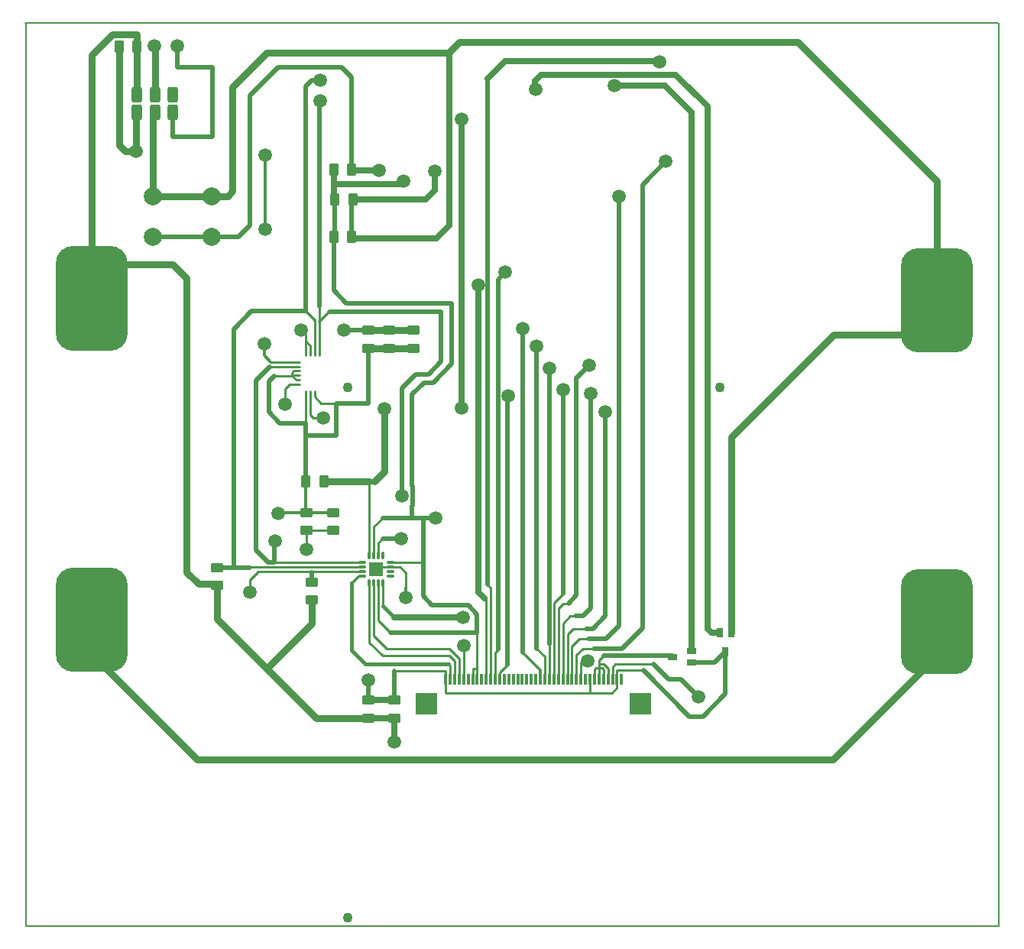
<source format=gbl>
G04 Layer_Physical_Order=2*
G04 Layer_Color=16711680*
%FSLAX44Y44*%
%MOMM*%
G71*
G01*
G75*
%ADD12C,0.3556*%
%ADD13C,0.5080*%
%ADD14C,0.3810*%
%ADD15C,0.6350*%
%ADD16C,0.2540*%
%ADD18C,0.1500*%
G04:AMPARAMS|DCode=19|XSize=1.2192mm|YSize=1.7272mm|CornerRadius=0.3048mm|HoleSize=0mm|Usage=FLASHONLY|Rotation=0.000|XOffset=0mm|YOffset=0mm|HoleType=Round|Shape=RoundedRectangle|*
%AMROUNDEDRECTD19*
21,1,1.2192,1.1176,0,0,0.0*
21,1,0.6096,1.7272,0,0,0.0*
1,1,0.6096,0.3048,-0.5588*
1,1,0.6096,-0.3048,-0.5588*
1,1,0.6096,-0.3048,0.5588*
1,1,0.6096,0.3048,0.5588*
%
%ADD19ROUNDEDRECTD19*%
%ADD20C,2.0000*%
G04:AMPARAMS|DCode=21|XSize=8mm|YSize=8mm|CornerRadius=2mm|HoleSize=0mm|Usage=FLASHONLY|Rotation=90.000|XOffset=0mm|YOffset=0mm|HoleType=Round|Shape=RoundedRectangle|*
%AMROUNDEDRECTD21*
21,1,8.0000,4.0000,0,0,90.0*
21,1,4.0000,8.0000,0,0,90.0*
1,1,4.0000,2.0000,2.0000*
1,1,4.0000,2.0000,-2.0000*
1,1,4.0000,-2.0000,-2.0000*
1,1,4.0000,-2.0000,2.0000*
%
%ADD21ROUNDEDRECTD21*%
%ADD22C,1.1000*%
%ADD23C,1.5000*%
%ADD24C,0.6000*%
G04:AMPARAMS|DCode=25|XSize=1.1mm|YSize=1.35mm|CornerRadius=0.1375mm|HoleSize=0mm|Usage=FLASHONLY|Rotation=180.000|XOffset=0mm|YOffset=0mm|HoleType=Round|Shape=RoundedRectangle|*
%AMROUNDEDRECTD25*
21,1,1.1000,1.0750,0,0,180.0*
21,1,0.8250,1.3500,0,0,180.0*
1,1,0.2750,-0.4125,0.5375*
1,1,0.2750,0.4125,0.5375*
1,1,0.2750,0.4125,-0.5375*
1,1,0.2750,-0.4125,-0.5375*
%
%ADD25ROUNDEDRECTD25*%
G04:AMPARAMS|DCode=26|XSize=1.1mm|YSize=1.35mm|CornerRadius=0.1375mm|HoleSize=0mm|Usage=FLASHONLY|Rotation=270.000|XOffset=0mm|YOffset=0mm|HoleType=Round|Shape=RoundedRectangle|*
%AMROUNDEDRECTD26*
21,1,1.1000,1.0750,0,0,270.0*
21,1,0.8250,1.3500,0,0,270.0*
1,1,0.2750,-0.5375,-0.4125*
1,1,0.2750,-0.5375,0.4125*
1,1,0.2750,0.5375,0.4125*
1,1,0.2750,0.5375,-0.4125*
%
%ADD26ROUNDEDRECTD26*%
G04:AMPARAMS|DCode=27|XSize=0.85mm|YSize=0.28mm|CornerRadius=0.07mm|HoleSize=0mm|Usage=FLASHONLY|Rotation=180.000|XOffset=0mm|YOffset=0mm|HoleType=Round|Shape=RoundedRectangle|*
%AMROUNDEDRECTD27*
21,1,0.8500,0.1400,0,0,180.0*
21,1,0.7100,0.2800,0,0,180.0*
1,1,0.1400,-0.3550,0.0700*
1,1,0.1400,0.3550,0.0700*
1,1,0.1400,0.3550,-0.0700*
1,1,0.1400,-0.3550,-0.0700*
%
%ADD27ROUNDEDRECTD27*%
G04:AMPARAMS|DCode=28|XSize=0.85mm|YSize=0.28mm|CornerRadius=0.07mm|HoleSize=0mm|Usage=FLASHONLY|Rotation=270.000|XOffset=0mm|YOffset=0mm|HoleType=Round|Shape=RoundedRectangle|*
%AMROUNDEDRECTD28*
21,1,0.8500,0.1400,0,0,270.0*
21,1,0.7100,0.2800,0,0,270.0*
1,1,0.1400,-0.0700,-0.3550*
1,1,0.1400,-0.0700,0.3550*
1,1,0.1400,0.0700,0.3550*
1,1,0.1400,0.0700,-0.3550*
%
%ADD28ROUNDEDRECTD28*%
%ADD29R,1.5000X1.5000*%
%ADD30R,0.8000X1.0000*%
%ADD31R,1.0000X0.8000*%
%ADD32R,0.3000X1.2000*%
%ADD33R,2.4000X2.4000*%
%ADD34C,0.7620*%
%ADD35C,0.2500*%
%ADD36C,0.3048*%
D12*
X533000Y588000D02*
X534000D01*
X310000Y458000D02*
Y492000D01*
X279000Y458000D02*
X310000D01*
X564000Y926000D02*
X565000D01*
X550000Y303000D02*
X569900Y283100D01*
Y273000D02*
Y283100D01*
X310000Y458000D02*
X311000D01*
X1009000Y655000D02*
Y731000D01*
X361000Y805000D02*
X362000D01*
X72956Y657000D02*
Y733000D01*
X361000Y837000D02*
Y838000D01*
X1009000Y299000D02*
Y375000D01*
X311000Y458000D02*
X340000D01*
X212000Y377000D02*
Y379000D01*
X428000Y453000D02*
X429000Y452000D01*
X641000Y569000D02*
X642000D01*
X534000Y587000D02*
Y588000D01*
X265000Y772000D02*
Y854000D01*
X340000Y458000D02*
Y458000D01*
X379000Y250000D02*
Y250000D01*
X341000Y805000D02*
X342000D01*
X341000Y763000D02*
X342000D01*
X428000Y487024D02*
X428024D01*
X428000Y464976D02*
X428024D01*
X565000Y926000D02*
Y927000D01*
X418000Y821500D02*
Y825000D01*
X361000Y762000D02*
Y763000D01*
X468000Y967000D02*
X469000D01*
X142000Y975000D02*
X143000D01*
X140500Y901000D02*
X143000D01*
X122000D02*
X123000D01*
X279000Y457000D02*
Y458000D01*
X421000Y364000D02*
Y375000D01*
X379000Y250000D02*
X379000D01*
X264000Y632000D02*
Y645000D01*
X380500Y492000D02*
X386000D01*
X325500Y669500D02*
X336000Y680000D01*
D13*
X342000Y763000D02*
Y805000D01*
X640000Y299000D02*
X716250D01*
X533000Y289000D02*
Y588000D01*
X275000Y402500D02*
Y426000D01*
X361000Y763000D02*
Y805000D01*
X325000Y913000D02*
X326000Y914000D01*
X325000Y686000D02*
Y913000D01*
X279000Y951000D02*
X350000D01*
X248000Y920000D02*
X279000Y951000D01*
X350000D02*
X361000Y940000D01*
X737750Y291500D02*
X763250D01*
X775000Y303250D01*
Y257000D02*
Y303250D01*
X750000Y232000D02*
X775000Y257000D01*
X735000Y232000D02*
X750000D01*
X684000Y283000D02*
X735000Y232000D01*
X726000Y273000D02*
X745000Y254000D01*
X712000Y273000D02*
X726000D01*
X695000Y290000D02*
X712000Y273000D01*
X683000Y821000D02*
X709000Y847000D01*
X683000Y330000D02*
Y821000D01*
X660000Y307000D02*
X683000Y330000D01*
X629000Y307000D02*
X660000D01*
X657000Y332000D02*
Y808000D01*
X643000Y318000D02*
X657000Y332000D01*
X623000Y318000D02*
X643000D01*
X642000Y343000D02*
Y569000D01*
X628000Y329000D02*
X642000Y343000D01*
X621000Y329000D02*
X628000D01*
X626000Y352000D02*
Y590000D01*
X617000Y343000D02*
X626000Y352000D01*
X609000Y343000D02*
X617000D01*
X610000Y607000D02*
X624000Y621000D01*
X610000Y366000D02*
Y607000D01*
X601000Y357000D02*
X610000Y366000D01*
X523000Y716000D02*
X531000Y724000D01*
X523000Y306000D02*
Y716000D01*
X511091Y938091D02*
X511726Y938726D01*
X511091Y378091D02*
Y938091D01*
X511000Y378000D02*
X511091Y378091D01*
X317000Y381000D02*
Y391710D01*
X352000Y660000D02*
X379000D01*
X379000Y660000D01*
X440000Y365000D02*
Y402000D01*
X472000Y623000D02*
Y690000D01*
X140500Y763500D02*
X205500D01*
X379000Y250000D02*
Y272000D01*
X205500Y763500D02*
X235500D01*
X499900Y325000D02*
Y345100D01*
X404000Y325000D02*
X499900D01*
X281000Y557000D02*
X310000D01*
X269000Y569000D02*
X281000Y557000D01*
X344000Y579000D02*
X379000D01*
X310000Y543000D02*
X310000Y557000D01*
X310000Y520000D02*
X310000Y543000D01*
X344000D02*
Y579000D01*
X310000Y543000D02*
X344000D01*
X440000Y402000D02*
Y452000D01*
X428000Y453000D02*
Y464976D01*
X595000Y368000D02*
Y594000D01*
X580000Y312000D02*
Y618000D01*
X310000Y520000D02*
X310000Y492000D01*
X408000Y250000D02*
Y282000D01*
X428024Y464976D02*
Y487024D01*
X429000Y452000D02*
X440000D01*
X454000D01*
X212000Y397000D02*
X230000D01*
X248000D01*
X168000Y951000D02*
Y975000D01*
Y951000D02*
X207000D01*
Y874000D02*
Y951000D01*
X163000Y874000D02*
X207000D01*
X163000D02*
Y901000D01*
X440000Y365000D02*
X450000Y355000D01*
X395000Y452000D02*
X428000D01*
X395000Y429000D02*
X416000D01*
X417000Y596000D02*
X432000Y611000D01*
X417000Y476000D02*
Y596000D01*
X355000Y690000D02*
X472000D01*
X341000Y704000D02*
X355000Y690000D01*
X341000Y704000D02*
Y763000D01*
X310000Y681000D02*
Y930000D01*
X317000Y937000D01*
X326000D01*
X235500Y763500D02*
X248000Y776000D01*
X230000Y397000D02*
Y661000D01*
X250000Y681000D01*
X310000D01*
X255000Y604000D02*
X270500Y619500D01*
X269000Y603000D02*
X275500Y609500D01*
X269000Y569000D02*
Y603000D01*
X255000Y416000D02*
Y604000D01*
Y416000D02*
X268500Y402500D01*
X275000D01*
X361000Y838000D02*
Y940000D01*
X248000Y776000D02*
Y920000D01*
X550000Y303000D02*
Y662000D01*
X566000Y307000D02*
Y642000D01*
X336000Y680000D02*
X460000D01*
X450000Y355000D02*
X490000D01*
X499900Y345100D01*
X460000Y625000D02*
Y680000D01*
X446000Y611000D02*
X460000Y625000D01*
X432000Y611000D02*
X446000D01*
X428000Y487024D02*
Y589000D01*
X451000Y602000D02*
X472000Y623000D01*
X441000Y602000D02*
X451000D01*
X428000Y589000D02*
X441000Y602000D01*
X379000Y579000D02*
Y640000D01*
D14*
X376000Y290000D02*
X468250D01*
X395500Y354500D02*
X408000Y342000D01*
X361000Y305000D02*
X376000Y290000D01*
X361000Y305000D02*
Y380000D01*
D15*
X341000Y805000D02*
Y821500D01*
X418000D01*
X531000Y958000D02*
X702000D01*
X361000Y837000D02*
X391000D01*
X361000Y762000D02*
X455000D01*
X564000Y926000D02*
Y936000D01*
X362000Y805000D02*
X443000D01*
X408000Y204000D02*
Y230000D01*
X379000Y250000D02*
X408000D01*
X379000Y230000D02*
X408000D01*
X755000Y329000D02*
X759250Y324750D01*
X755000Y329000D02*
Y908000D01*
X759250Y324750D02*
X768500D01*
X483000Y574000D02*
Y894000D01*
X341000Y821500D02*
Y838000D01*
X408000Y342000D02*
X484000D01*
X455000Y762000D02*
X469000Y776000D01*
Y967000D01*
X443000Y805000D02*
X453000Y815000D01*
Y836000D01*
X511726Y938726D02*
X531000Y958000D01*
X564000Y936000D02*
X571000Y943000D01*
X501000Y370000D02*
Y710000D01*
Y370000D02*
X508000Y363000D01*
X737750Y304500D02*
Y901250D01*
X708000Y931000D02*
X737750Y901250D01*
X652000Y931000D02*
X708000D01*
X720000Y943000D02*
X755000Y908000D01*
X571000Y943000D02*
X720000D01*
D16*
X384000Y399000D02*
X392000D01*
Y391000D02*
Y397500D01*
X384000Y391000D02*
X392000D01*
X654416Y263416D02*
Y273000D01*
X325000Y669000D02*
X325500Y669500D01*
X325000Y632000D02*
Y669000D01*
X320000Y632000D02*
Y670001D01*
X310500Y647000D02*
X315000Y642500D01*
X305000Y660000D02*
X310000Y655000D01*
Y646500D02*
Y655000D01*
X315000Y632000D02*
Y642500D01*
X310000Y646500D02*
X310500Y647000D01*
X310000Y632000D02*
Y646500D01*
X287000Y595000D02*
X291750Y599750D01*
X302750D01*
X295000Y609500D02*
X299750Y604750D01*
X302750D01*
X295000Y609500D02*
X295250Y609750D01*
X302750D01*
X296500Y614500D02*
X296750Y614750D01*
X302750D01*
X271250Y624750D02*
X302750D01*
X320000Y586000D02*
X320500Y585500D01*
X320000Y586000D02*
Y592500D01*
X315000Y566000D02*
Y592500D01*
X310000Y557000D02*
X310000Y557000D01*
X310000Y557000D02*
Y592500D01*
X325000Y686000D02*
X325500Y685500D01*
Y669500D02*
Y685500D01*
X653000Y290000D02*
X695000D01*
X632000Y286000D02*
X634900D01*
X629900Y283900D02*
X632000Y286000D01*
X629900Y273000D02*
Y283900D01*
X524900Y280900D02*
X533000Y289000D01*
X519900Y302900D02*
X523000Y306000D01*
X519900Y273000D02*
Y302900D01*
X511000Y378000D02*
X514900Y374100D01*
Y273000D02*
Y374100D01*
X464900Y258000D02*
Y273000D01*
X408000Y282000D02*
X464900D01*
X311000Y438000D02*
X340000D01*
X634900Y290000D02*
Y293900D01*
Y286000D02*
Y290000D01*
X640000D01*
X644900Y285100D01*
Y273000D02*
Y285100D01*
X634900Y286000D02*
X638000D01*
X640000Y284000D01*
X639900Y283900D02*
X640000Y284000D01*
X639900Y273000D02*
Y283900D01*
X634900Y273000D02*
Y286000D01*
X566000Y642000D02*
X571000D01*
X579900Y312000D02*
X580000D01*
X579900Y273000D02*
Y312000D01*
X379000Y660000D02*
Y660000D01*
X402000Y660000D02*
Y660000D01*
X654416Y273000D02*
X654900D01*
X464900Y258000D02*
X624900D01*
X379000Y230000D02*
Y230000D01*
X716250Y298000D02*
Y299000D01*
X654900Y273000D02*
Y283000D01*
X614900Y273000D02*
Y292000D01*
X392000Y397500D02*
Y399000D01*
X311000Y417000D02*
X311000D01*
X311000D02*
Y438000D01*
Y438000D01*
X464900Y273000D02*
Y282000D01*
X624900Y258000D02*
Y273000D01*
X584900Y357900D02*
X595000Y368000D01*
X584900Y273000D02*
Y357900D01*
X589900Y273000D02*
Y351900D01*
X595000Y357000D02*
X601000D01*
X589900Y351900D02*
X595000Y357000D01*
X603000Y343000D02*
X609000D01*
X594900Y334900D02*
X603000Y343000D01*
X594900Y273000D02*
Y334900D01*
X606000Y329000D02*
X621000D01*
X599900Y322900D02*
X606000Y329000D01*
X599900Y273000D02*
Y322900D01*
X613000Y318000D02*
X623000D01*
X604900Y309900D02*
X613000Y318000D01*
X604900Y273000D02*
Y309900D01*
X617000Y307000D02*
X629000D01*
X609900Y299900D02*
X617000Y307000D01*
X609900Y273000D02*
Y299900D01*
X634900Y293900D02*
X640000Y299000D01*
X649900Y273000D02*
Y286900D01*
X653000Y290000D01*
X524900Y273000D02*
Y280900D01*
X624900Y258000D02*
X649000D01*
X654416Y263416D01*
X287000Y578000D02*
Y595000D01*
X318000Y563000D02*
X329000D01*
X315000Y566000D02*
X318000Y563000D01*
X574900Y273000D02*
Y298100D01*
X566000Y307000D02*
X574900Y298100D01*
X654900Y283000D02*
X684000D01*
D18*
X0Y0D02*
X1078000D01*
Y1000000D01*
X0Y0D02*
Y1000000D01*
X-1000Y1000000D02*
X1077000D01*
D19*
X143000Y901000D02*
D03*
X163000D02*
D03*
X123000D02*
D03*
X143000Y921000D02*
D03*
X163000D02*
D03*
X123000D02*
D03*
D20*
X140500Y808500D02*
D03*
Y763500D02*
D03*
X205500Y808500D02*
D03*
Y763500D02*
D03*
D21*
X72956Y677000D02*
D03*
Y357000D02*
D03*
Y713000D02*
D03*
Y321000D02*
D03*
X1009000Y355000D02*
D03*
Y675000D02*
D03*
Y319000D02*
D03*
Y711000D02*
D03*
D22*
X356300Y596500D02*
D03*
Y8900D02*
D03*
X768500Y596500D02*
D03*
D23*
X622000Y293000D02*
D03*
X484000Y342000D02*
D03*
X566000Y642000D02*
D03*
X595000Y594000D02*
D03*
X580000Y618000D02*
D03*
X624000Y621000D02*
D03*
X626000Y590000D02*
D03*
X642000Y569000D02*
D03*
X416000Y429000D02*
D03*
X417000Y476000D02*
D03*
X248000Y370000D02*
D03*
X534000Y587000D02*
D03*
X709000Y847000D02*
D03*
X264000Y645000D02*
D03*
X265000Y772000D02*
D03*
Y854000D02*
D03*
X287000Y578000D02*
D03*
X326000Y914000D02*
D03*
Y937000D02*
D03*
X276000Y426000D02*
D03*
X485000Y310000D02*
D03*
X550000Y662000D02*
D03*
X531000Y724000D02*
D03*
X501000Y710000D02*
D03*
X702000Y957000D02*
D03*
X652000Y931000D02*
D03*
X168000Y975000D02*
D03*
X142000D02*
D03*
X391000Y837000D02*
D03*
X418000Y825000D02*
D03*
X453000Y836000D02*
D03*
X745000Y254000D02*
D03*
X483000Y894000D02*
D03*
Y574000D02*
D03*
X397000Y573000D02*
D03*
X565000Y927000D02*
D03*
X454000Y452000D02*
D03*
X408000Y204000D02*
D03*
X352000Y660000D02*
D03*
X305000D02*
D03*
X329000Y563000D02*
D03*
X657000Y808000D02*
D03*
X122000Y858000D02*
D03*
X279000Y457000D02*
D03*
X421000Y364000D02*
D03*
X379000Y272000D02*
D03*
X311000Y417000D02*
D03*
D24*
X384000Y399000D02*
D03*
X392000D02*
D03*
Y391000D02*
D03*
X384000D02*
D03*
D25*
X342000Y805000D02*
D03*
X362000D02*
D03*
X341000Y838000D02*
D03*
X361000D02*
D03*
X341000Y763000D02*
D03*
X361000D02*
D03*
X123000Y974000D02*
D03*
X103000D02*
D03*
X330000Y492000D02*
D03*
X310000D02*
D03*
D26*
X317000Y381000D02*
D03*
Y361000D02*
D03*
X402000Y660000D02*
D03*
Y640000D02*
D03*
X212000Y377000D02*
D03*
Y397000D02*
D03*
X408000Y230000D02*
D03*
Y250000D02*
D03*
X379000Y660000D02*
D03*
Y640000D02*
D03*
X379000Y230000D02*
D03*
Y250000D02*
D03*
X340000Y438000D02*
D03*
Y458000D02*
D03*
X311000Y438000D02*
D03*
Y458000D02*
D03*
X429000Y660000D02*
D03*
Y640000D02*
D03*
D27*
X372500Y392500D02*
D03*
Y397500D02*
D03*
Y402500D02*
D03*
Y387500D02*
D03*
X403500Y402500D02*
D03*
Y397500D02*
D03*
Y392500D02*
D03*
Y387500D02*
D03*
D28*
X380500Y410500D02*
D03*
X385500D02*
D03*
X390500D02*
D03*
Y379500D02*
D03*
X385500D02*
D03*
X380500D02*
D03*
X395500Y410500D02*
D03*
Y379500D02*
D03*
D29*
X388000Y395000D02*
D03*
D30*
X775000Y303250D02*
D03*
X781500Y324750D02*
D03*
X768500D02*
D03*
D31*
X716250Y298000D02*
D03*
X737750Y291500D02*
D03*
Y304500D02*
D03*
D32*
X589900Y273000D02*
D03*
X514900D02*
D03*
X509900D02*
D03*
X629900D02*
D03*
X624900D02*
D03*
X659900D02*
D03*
X654900D02*
D03*
X649900D02*
D03*
X644900D02*
D03*
X639900D02*
D03*
X634900D02*
D03*
X619900D02*
D03*
X614900D02*
D03*
X609900D02*
D03*
X604900D02*
D03*
X599900D02*
D03*
X594900D02*
D03*
X564900D02*
D03*
X559900D02*
D03*
X554900D02*
D03*
X549900D02*
D03*
X584900D02*
D03*
X579900D02*
D03*
X574900D02*
D03*
X569900D02*
D03*
X544900D02*
D03*
X539900D02*
D03*
X534900D02*
D03*
X529900D02*
D03*
X524900D02*
D03*
X519900D02*
D03*
X474900D02*
D03*
X504900D02*
D03*
X499900D02*
D03*
X494900D02*
D03*
X489900D02*
D03*
X484900D02*
D03*
X479900D02*
D03*
X469900D02*
D03*
X464900D02*
D03*
D33*
X443900Y246000D02*
D03*
X681000D02*
D03*
D34*
X123000Y921000D02*
Y988000D01*
X191000Y379000D02*
X212000D01*
X122000Y858000D02*
Y901000D01*
X143000Y921000D02*
Y975000D01*
X140500Y808500D02*
Y901000D01*
X267000Y285000D02*
X322000Y230000D01*
X212000Y340000D02*
X267000Y285000D01*
X317000Y335000D01*
Y361000D01*
X322000Y230000D02*
X379000D01*
X379000Y660000D02*
X402000D01*
X140500Y808500D02*
X205500D01*
X223500D01*
X72956Y733000D02*
X163000D01*
X212000Y340000D02*
Y377000D01*
X330000Y492000D02*
X380500D01*
X72956Y301000D02*
X189956Y184000D01*
X402000Y640000D02*
X429000D01*
X895000Y655000D02*
X1009000D01*
Y731000D02*
Y825000D01*
X178000Y392000D02*
X191000Y379000D01*
X72956Y733000D02*
Y964956D01*
X402000Y660000D02*
X429000D01*
X894000Y184000D02*
X1009000Y299000D01*
X103000Y865000D02*
Y974000D01*
Y865000D02*
X110000Y858000D01*
X122000D01*
X468000Y967000D02*
X480000Y979000D01*
X223500Y808500D02*
X229000Y814000D01*
X163000Y733000D02*
X178000Y718000D01*
X397000Y503000D02*
Y573000D01*
X386000Y492000D02*
X397000Y503000D01*
X178000Y392000D02*
Y718000D01*
X267000Y967000D02*
X468000D01*
X229000Y929000D02*
X267000Y967000D01*
X229000Y814000D02*
Y929000D01*
X480000Y979000D02*
X855000D01*
X1009000Y825000D01*
X781500Y541500D02*
X895000Y655000D01*
X781500Y324750D02*
Y541500D01*
X189956Y184000D02*
X894000D01*
X72956Y964956D02*
X96000Y988000D01*
X123000D01*
X379000Y640000D02*
X402000D01*
D35*
X485000Y273000D02*
Y310000D01*
X392000Y397500D02*
X403500D01*
X270500Y619500D02*
X270750Y619750D01*
X302750D01*
X421000Y375000D02*
Y391000D01*
X395000Y299000D02*
X469000D01*
X474900Y273000D02*
Y293100D01*
X469000Y299000D02*
X474900Y293100D01*
X468250Y290000D02*
X469900Y288350D01*
X257500Y392500D02*
X372500D01*
X275500Y609500D02*
X295000D01*
Y613000D01*
X296500Y614500D01*
X414500Y397500D02*
X421000Y391000D01*
X403500Y402500D02*
X439500D01*
X275000D02*
X372500D01*
X248000Y397500D02*
X372500D01*
X499900Y285000D02*
Y325000D01*
Y273000D02*
Y285000D01*
X495000D02*
X499900D01*
X494900Y284900D02*
X495000Y285000D01*
X494900Y273000D02*
Y284900D01*
X327000Y579000D02*
X344000D01*
X439500Y402500D02*
X440000Y402000D01*
X484900Y273000D02*
X485000D01*
X479900D02*
Y296100D01*
X380500Y410500D02*
Y492000D01*
X326000Y936000D02*
Y937000D01*
X275000Y426000D02*
X276000D01*
X429000Y640000D02*
Y640000D01*
X402000Y640000D02*
Y640000D01*
X469900Y273000D02*
Y288350D01*
X469000Y307000D02*
X479900Y296100D01*
X702000Y957000D02*
Y958000D01*
X248000Y397000D02*
Y397500D01*
X408000Y204000D02*
X408000D01*
X395500Y354500D02*
Y379500D01*
X390500Y338500D02*
Y379500D01*
Y338500D02*
X404000Y325000D01*
X400000Y307000D02*
X469000D01*
X385500Y321500D02*
X400000Y307000D01*
X385500Y321500D02*
Y379500D01*
X380500Y313500D02*
X395000Y299000D01*
X380500Y313500D02*
Y379500D01*
X361000Y380000D02*
X368500Y387500D01*
X372500D01*
X385500Y442500D02*
X395000Y452000D01*
X385500Y410500D02*
Y442500D01*
X390500Y424500D02*
X395000Y429000D01*
X390500Y410500D02*
Y424500D01*
X320500Y585500D02*
X327000Y579000D01*
X248000Y383000D02*
X257500Y392500D01*
X248000Y370000D02*
Y383000D01*
X509900Y273000D02*
Y361100D01*
X508000Y363000D02*
X509900Y361100D01*
X403500Y397500D02*
X414500D01*
D36*
X320000Y670001D02*
Y671000D01*
X310000Y681000D02*
X320000Y671000D01*
X264000Y632000D02*
X271250Y624750D01*
M02*

</source>
